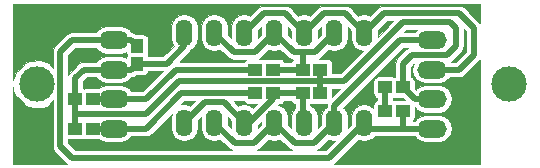
<source format=gbr>
G04 #@! TF.FileFunction,Copper,L2,Bot,Signal*
%FSLAX46Y46*%
G04 Gerber Fmt 4.6, Leading zero omitted, Abs format (unit mm)*
G04 Created by KiCad (PCBNEW 4.0.6) date 03/31/17 11:29:38*
%MOMM*%
%LPD*%
G01*
G04 APERTURE LIST*
%ADD10C,0.100000*%
%ADD11O,2.500000X1.500000*%
%ADD12C,3.000000*%
%ADD13O,1.400000X2.300000*%
%ADD14R,1.150000X1.000000*%
%ADD15R,1.000000X1.150000*%
%ADD16C,0.500000*%
%ADD17C,0.026000*%
G04 APERTURE END LIST*
D10*
D11*
X9000000Y-2500000D03*
X9000000Y-5000000D03*
X9000000Y-7500000D03*
X9000000Y-10000000D03*
D12*
X2500000Y-6250000D03*
D11*
X36000000Y-10000000D03*
X36000000Y-7500000D03*
X36000000Y-5000000D03*
X36000000Y-2500000D03*
D12*
X42500000Y-6250000D03*
D13*
X15000000Y-9500000D03*
X17540000Y-9500000D03*
X20080000Y-9500000D03*
X22620000Y-9500000D03*
X25160000Y-9500000D03*
X27700000Y-9500000D03*
X30240000Y-9500000D03*
X30240000Y-1880000D03*
X27700000Y-1880000D03*
X25160000Y-1880000D03*
X22620000Y-1880000D03*
X20080000Y-1880000D03*
X17540000Y-1880000D03*
X15000000Y-1880000D03*
D14*
X5750000Y-10000000D03*
X7250000Y-10000000D03*
X5750000Y-7500000D03*
X7250000Y-7500000D03*
X22500000Y-7000000D03*
X21000000Y-7000000D03*
X22500000Y-5000000D03*
X21000000Y-5000000D03*
X32000000Y-6500000D03*
X33500000Y-6500000D03*
D15*
X11000000Y-4500000D03*
X11000000Y-3000000D03*
D14*
X26500000Y-7000000D03*
X25000000Y-7000000D03*
X25000000Y-5000000D03*
X26500000Y-5000000D03*
X32000000Y-8500000D03*
X33500000Y-8500000D03*
D16*
X5750000Y-8750000D02*
X11750000Y-8750000D01*
X11750000Y-8750000D02*
X14500000Y-6000000D01*
X14500000Y-6000000D02*
X26500000Y-6000000D01*
X34250000Y-3750000D02*
X33500000Y-4500000D01*
X33500000Y-4500000D02*
X33500000Y-6500000D01*
X26500000Y-6000000D02*
X28500000Y-6000000D01*
X28500000Y-6000000D02*
X33500000Y-1000000D01*
X33500000Y-1000000D02*
X37500000Y-1000000D01*
X37500000Y-1000000D02*
X38000000Y-1500000D01*
X38000000Y-1500000D02*
X38000000Y-3000000D01*
X38000000Y-3000000D02*
X37250000Y-3750000D01*
X37250000Y-3750000D02*
X34250000Y-3750000D01*
X33500000Y-6500000D02*
X34500000Y-7500000D01*
X34500000Y-7500000D02*
X36000000Y-7500000D01*
X5750000Y-7500000D02*
X5750000Y-8750000D01*
X5750000Y-8750000D02*
X5750000Y-10000000D01*
X5750000Y-7500000D02*
X5750000Y-5750000D01*
X6500000Y-5000000D02*
X9000000Y-5000000D01*
X5750000Y-5750000D02*
X6500000Y-5000000D01*
X11000000Y-4500000D02*
X13500000Y-4500000D01*
X13500000Y-4500000D02*
X15000000Y-3000000D01*
X15000000Y-3000000D02*
X15000000Y-1880000D01*
X9000000Y-5000000D02*
X10500000Y-5000000D01*
X10500000Y-5000000D02*
X11000000Y-4500000D01*
X26500000Y-6000000D02*
X26500000Y-5000000D01*
X26500000Y-7000000D02*
X26500000Y-6000000D01*
X26500000Y-6000000D02*
X26500000Y-6250000D01*
X26500000Y-6250000D02*
X26500000Y-6000000D01*
X33500000Y-8500000D02*
X33500000Y-10000000D01*
X30240000Y-9500000D02*
X30740000Y-10000000D01*
X30740000Y-10000000D02*
X33500000Y-10000000D01*
X33500000Y-10000000D02*
X36000000Y-10000000D01*
X5500000Y-12500000D02*
X27240000Y-12500000D01*
X9000000Y-2500000D02*
X5500000Y-2500000D01*
X4500000Y-3500000D02*
X5500000Y-2500000D01*
X4500000Y-11500000D02*
X4500000Y-3500000D01*
X5500000Y-12500000D02*
X4500000Y-11500000D01*
X27240000Y-12500000D02*
X30240000Y-9500000D01*
X11000000Y-3000000D02*
X10500000Y-2500000D01*
X10500000Y-2500000D02*
X9000000Y-2500000D01*
X9000000Y-2500000D02*
X8000000Y-2500000D01*
X21000000Y-5000000D02*
X14250000Y-5000000D01*
X14250000Y-5000000D02*
X11750000Y-7500000D01*
X11750000Y-7500000D02*
X9000000Y-7500000D01*
X7250000Y-7500000D02*
X9000000Y-7500000D01*
X21000000Y-7000000D02*
X14750000Y-7000000D01*
X11750000Y-10000000D02*
X14750000Y-7000000D01*
X11750000Y-10000000D02*
X9000000Y-10000000D01*
X9000000Y-10000000D02*
X7250000Y-10000000D01*
X36000000Y-5000000D02*
X38250000Y-5000000D01*
X38250000Y-250000D02*
X31870000Y-250000D01*
X39500000Y-1500000D02*
X38250000Y-250000D01*
X39500000Y-3750000D02*
X39500000Y-1500000D01*
X38250000Y-5000000D02*
X39500000Y-3750000D01*
X25160000Y-1880000D02*
X26790000Y-250000D01*
X28610000Y-250000D02*
X30240000Y-1880000D01*
X26790000Y-250000D02*
X28610000Y-250000D01*
X20080000Y-1880000D02*
X21710000Y-250000D01*
X23530000Y-250000D02*
X25160000Y-1880000D01*
X21710000Y-250000D02*
X23530000Y-250000D01*
X30240000Y-1880000D02*
X31870000Y-250000D01*
X22620000Y-9500000D02*
X24370000Y-11250000D01*
X25950000Y-11250000D02*
X27700000Y-9500000D01*
X24370000Y-11250000D02*
X25950000Y-11250000D01*
X17540000Y-9500000D02*
X19290000Y-11250000D01*
X20870000Y-11250000D02*
X22620000Y-9500000D01*
X19290000Y-11250000D02*
X20870000Y-11250000D01*
X27700000Y-9500000D02*
X27700000Y-8050000D01*
X27700000Y-8050000D02*
X33250000Y-2500000D01*
X33250000Y-2500000D02*
X36000000Y-2500000D01*
X22500000Y-7000000D02*
X25000000Y-7000000D01*
X20080000Y-9500000D02*
X20500000Y-9500000D01*
X20500000Y-9500000D02*
X22500000Y-7500000D01*
X22500000Y-7500000D02*
X22500000Y-7000000D01*
X25160000Y-9500000D02*
X25000000Y-9340000D01*
X25000000Y-9340000D02*
X25000000Y-7000000D01*
X15000000Y-9500000D02*
X16750000Y-7750000D01*
X18330000Y-7750000D02*
X20080000Y-9500000D01*
X16750000Y-7750000D02*
X18330000Y-7750000D01*
X20080000Y-9500000D02*
X20400000Y-9500000D01*
X22500000Y-5000000D02*
X25000000Y-5000000D01*
X25000000Y-5000000D02*
X25000000Y-3500000D01*
X25000000Y-3500000D02*
X25000000Y-3750000D01*
X25000000Y-3750000D02*
X25000000Y-3500000D01*
X22620000Y-1880000D02*
X21000000Y-3500000D01*
X19160000Y-3500000D02*
X17540000Y-1880000D01*
X21000000Y-3500000D02*
X19160000Y-3500000D01*
X22620000Y-1880000D02*
X24240000Y-3500000D01*
X24240000Y-3500000D02*
X25000000Y-3500000D01*
X25000000Y-3500000D02*
X26080000Y-3500000D01*
X26080000Y-3500000D02*
X27700000Y-1880000D01*
X32000000Y-8500000D02*
X32000000Y-6500000D01*
D17*
G36*
X516444Y-6808169D02*
X702729Y-7257901D01*
X975307Y-7433867D01*
X977040Y-7432134D01*
X1317569Y-7773257D01*
X1316133Y-7774693D01*
X1492099Y-8047271D01*
X2256607Y-8296169D01*
X3058169Y-8233556D01*
X3507901Y-8047271D01*
X3683867Y-7774693D01*
X3682134Y-7772960D01*
X3837000Y-7618364D01*
X3837000Y-11500000D01*
X3887468Y-11753719D01*
X4031188Y-11968812D01*
X5031186Y-12968809D01*
X5031188Y-12968812D01*
X5058409Y-12987000D01*
X488000Y-12987000D01*
X488000Y-6444033D01*
X516444Y-6808169D01*
X516444Y-6808169D01*
G37*
X516444Y-6808169D02*
X702729Y-7257901D01*
X975307Y-7433867D01*
X977040Y-7432134D01*
X1317569Y-7773257D01*
X1316133Y-7774693D01*
X1492099Y-8047271D01*
X2256607Y-8296169D01*
X3058169Y-8233556D01*
X3507901Y-8047271D01*
X3683867Y-7774693D01*
X3682134Y-7772960D01*
X3837000Y-7618364D01*
X3837000Y-11500000D01*
X3887468Y-11753719D01*
X4031188Y-11968812D01*
X5031186Y-12968809D01*
X5031188Y-12968812D01*
X5058409Y-12987000D01*
X488000Y-12987000D01*
X488000Y-6444033D01*
X516444Y-6808169D01*
G36*
X40012000Y-12987000D02*
X27681591Y-12987000D01*
X27708812Y-12968812D01*
X29726943Y-10950681D01*
X29814073Y-11008899D01*
X30240000Y-11093621D01*
X30665927Y-11008899D01*
X31027010Y-10767631D01*
X31096922Y-10663000D01*
X34538570Y-10663000D01*
X34645055Y-10822365D01*
X35022359Y-11074472D01*
X35467420Y-11163000D01*
X36532580Y-11163000D01*
X36977641Y-11074472D01*
X37354945Y-10822365D01*
X37607052Y-10445061D01*
X37695580Y-10000000D01*
X37607052Y-9554939D01*
X37354945Y-9177635D01*
X36977641Y-8925528D01*
X36532580Y-8837000D01*
X35467420Y-8837000D01*
X35022359Y-8925528D01*
X34645055Y-9177635D01*
X34538570Y-9337000D01*
X34313976Y-9337000D01*
X34368614Y-9301841D01*
X34462915Y-9163828D01*
X34496091Y-9000000D01*
X34496091Y-8162223D01*
X34500000Y-8163001D01*
X34500005Y-8163000D01*
X34538570Y-8163000D01*
X34645055Y-8322365D01*
X35022359Y-8574472D01*
X35467420Y-8663000D01*
X36532580Y-8663000D01*
X36977641Y-8574472D01*
X37354945Y-8322365D01*
X37607052Y-7945061D01*
X37695580Y-7500000D01*
X37607052Y-7054939D01*
X37354945Y-6677635D01*
X36977641Y-6425528D01*
X36532580Y-6337000D01*
X35467420Y-6337000D01*
X35022359Y-6425528D01*
X34645055Y-6677635D01*
X34633120Y-6695497D01*
X34496091Y-6558468D01*
X34496091Y-6000000D01*
X34467293Y-5846951D01*
X34376841Y-5706386D01*
X34238828Y-5612085D01*
X34163000Y-5596729D01*
X34163000Y-4774624D01*
X34413614Y-4524010D01*
X34392948Y-4554939D01*
X34304420Y-5000000D01*
X34392948Y-5445061D01*
X34645055Y-5822365D01*
X35022359Y-6074472D01*
X35467420Y-6163000D01*
X36532580Y-6163000D01*
X36977641Y-6074472D01*
X37354945Y-5822365D01*
X37461430Y-5663000D01*
X38250000Y-5663000D01*
X38503719Y-5612532D01*
X38718812Y-5468812D01*
X39968812Y-4218812D01*
X40012000Y-4154176D01*
X40012000Y-12987000D01*
X40012000Y-12987000D01*
G37*
X40012000Y-12987000D02*
X27681591Y-12987000D01*
X27708812Y-12968812D01*
X29726943Y-10950681D01*
X29814073Y-11008899D01*
X30240000Y-11093621D01*
X30665927Y-11008899D01*
X31027010Y-10767631D01*
X31096922Y-10663000D01*
X34538570Y-10663000D01*
X34645055Y-10822365D01*
X35022359Y-11074472D01*
X35467420Y-11163000D01*
X36532580Y-11163000D01*
X36977641Y-11074472D01*
X37354945Y-10822365D01*
X37607052Y-10445061D01*
X37695580Y-10000000D01*
X37607052Y-9554939D01*
X37354945Y-9177635D01*
X36977641Y-8925528D01*
X36532580Y-8837000D01*
X35467420Y-8837000D01*
X35022359Y-8925528D01*
X34645055Y-9177635D01*
X34538570Y-9337000D01*
X34313976Y-9337000D01*
X34368614Y-9301841D01*
X34462915Y-9163828D01*
X34496091Y-9000000D01*
X34496091Y-8162223D01*
X34500000Y-8163001D01*
X34500005Y-8163000D01*
X34538570Y-8163000D01*
X34645055Y-8322365D01*
X35022359Y-8574472D01*
X35467420Y-8663000D01*
X36532580Y-8663000D01*
X36977641Y-8574472D01*
X37354945Y-8322365D01*
X37607052Y-7945061D01*
X37695580Y-7500000D01*
X37607052Y-7054939D01*
X37354945Y-6677635D01*
X36977641Y-6425528D01*
X36532580Y-6337000D01*
X35467420Y-6337000D01*
X35022359Y-6425528D01*
X34645055Y-6677635D01*
X34633120Y-6695497D01*
X34496091Y-6558468D01*
X34496091Y-6000000D01*
X34467293Y-5846951D01*
X34376841Y-5706386D01*
X34238828Y-5612085D01*
X34163000Y-5596729D01*
X34163000Y-4774624D01*
X34413614Y-4524010D01*
X34392948Y-4554939D01*
X34304420Y-5000000D01*
X34392948Y-5445061D01*
X34645055Y-5822365D01*
X35022359Y-6074472D01*
X35467420Y-6163000D01*
X36532580Y-6163000D01*
X36977641Y-6074472D01*
X37354945Y-5822365D01*
X37461430Y-5663000D01*
X38250000Y-5663000D01*
X38503719Y-5612532D01*
X38718812Y-5468812D01*
X39968812Y-4218812D01*
X40012000Y-4154176D01*
X40012000Y-12987000D01*
G36*
X13887000Y-9019379D02*
X13887000Y-9980621D01*
X13971722Y-10406548D01*
X14212990Y-10767631D01*
X14574073Y-11008899D01*
X15000000Y-11093621D01*
X15425927Y-11008899D01*
X15787010Y-10767631D01*
X16028278Y-10406548D01*
X16113000Y-9980621D01*
X16113000Y-9324624D01*
X16429174Y-9008450D01*
X16427000Y-9019379D01*
X16427000Y-9980621D01*
X16511722Y-10406548D01*
X16752990Y-10767631D01*
X17114073Y-11008899D01*
X17540000Y-11093621D01*
X17965927Y-11008899D01*
X18053057Y-10950681D01*
X18821188Y-11718812D01*
X18998070Y-11837000D01*
X5774623Y-11837000D01*
X5163000Y-11225376D01*
X5163000Y-10918661D01*
X5175000Y-10921091D01*
X6325000Y-10921091D01*
X6478049Y-10892293D01*
X6498407Y-10879193D01*
X6511172Y-10887915D01*
X6675000Y-10921091D01*
X7792809Y-10921091D01*
X8022359Y-11074472D01*
X8467420Y-11163000D01*
X9532580Y-11163000D01*
X9977641Y-11074472D01*
X10354945Y-10822365D01*
X10461430Y-10663000D01*
X11750000Y-10663000D01*
X12003719Y-10612532D01*
X12218812Y-10468812D01*
X13941317Y-8746307D01*
X13887000Y-9019379D01*
X13887000Y-9019379D01*
G37*
X13887000Y-9019379D02*
X13887000Y-9980621D01*
X13971722Y-10406548D01*
X14212990Y-10767631D01*
X14574073Y-11008899D01*
X15000000Y-11093621D01*
X15425927Y-11008899D01*
X15787010Y-10767631D01*
X16028278Y-10406548D01*
X16113000Y-9980621D01*
X16113000Y-9324624D01*
X16429174Y-9008450D01*
X16427000Y-9019379D01*
X16427000Y-9980621D01*
X16511722Y-10406548D01*
X16752990Y-10767631D01*
X17114073Y-11008899D01*
X17540000Y-11093621D01*
X17965927Y-11008899D01*
X18053057Y-10950681D01*
X18821188Y-11718812D01*
X18998070Y-11837000D01*
X5774623Y-11837000D01*
X5163000Y-11225376D01*
X5163000Y-10918661D01*
X5175000Y-10921091D01*
X6325000Y-10921091D01*
X6478049Y-10892293D01*
X6498407Y-10879193D01*
X6511172Y-10887915D01*
X6675000Y-10921091D01*
X7792809Y-10921091D01*
X8022359Y-11074472D01*
X8467420Y-11163000D01*
X9532580Y-11163000D01*
X9977641Y-11074472D01*
X10354945Y-10822365D01*
X10461430Y-10663000D01*
X11750000Y-10663000D01*
X12003719Y-10612532D01*
X12218812Y-10468812D01*
X13941317Y-8746307D01*
X13887000Y-9019379D01*
G36*
X27274073Y-11008899D02*
X27700000Y-11093621D01*
X27710929Y-11091447D01*
X26965376Y-11837000D01*
X26241930Y-11837000D01*
X26418812Y-11718812D01*
X27186943Y-10950681D01*
X27274073Y-11008899D01*
X27274073Y-11008899D01*
G37*
X27274073Y-11008899D02*
X27700000Y-11093621D01*
X27710929Y-11091447D01*
X26965376Y-11837000D01*
X26241930Y-11837000D01*
X26418812Y-11718812D01*
X27186943Y-10950681D01*
X27274073Y-11008899D01*
G36*
X23901188Y-11718812D02*
X24078070Y-11837000D01*
X21161930Y-11837000D01*
X21338812Y-11718812D01*
X22106943Y-10950681D01*
X22194073Y-11008899D01*
X22620000Y-11093621D01*
X23045927Y-11008899D01*
X23133057Y-10950681D01*
X23901188Y-11718812D01*
X23901188Y-11718812D01*
G37*
X23901188Y-11718812D02*
X24078070Y-11837000D01*
X21161930Y-11837000D01*
X21338812Y-11718812D01*
X22106943Y-10950681D01*
X22194073Y-11008899D01*
X22620000Y-11093621D01*
X23045927Y-11008899D01*
X23133057Y-10950681D01*
X23901188Y-11718812D01*
G36*
X33781188Y-3281188D02*
X33031188Y-4031188D01*
X32887468Y-4246281D01*
X32837000Y-4500000D01*
X32837000Y-5595467D01*
X32771951Y-5607707D01*
X32751593Y-5620807D01*
X32738828Y-5612085D01*
X32575000Y-5578909D01*
X31425000Y-5578909D01*
X31271951Y-5607707D01*
X31131386Y-5698159D01*
X31037085Y-5836172D01*
X31003909Y-6000000D01*
X31003909Y-7000000D01*
X31032707Y-7153049D01*
X31123159Y-7293614D01*
X31261172Y-7387915D01*
X31337000Y-7403271D01*
X31337000Y-7595467D01*
X31271951Y-7607707D01*
X31131386Y-7698159D01*
X31037085Y-7836172D01*
X31003909Y-8000000D01*
X31003909Y-8216933D01*
X30665927Y-7991101D01*
X30240000Y-7906379D01*
X29814073Y-7991101D01*
X29452990Y-8232369D01*
X29211722Y-8593452D01*
X29127000Y-9019379D01*
X29127000Y-9675376D01*
X28810826Y-9991550D01*
X28813000Y-9980621D01*
X28813000Y-9019379D01*
X28728278Y-8593452D01*
X28487010Y-8232369D01*
X28467974Y-8219650D01*
X33524624Y-3163000D01*
X33958070Y-3163000D01*
X33781188Y-3281188D01*
X33781188Y-3281188D01*
G37*
X33781188Y-3281188D02*
X33031188Y-4031188D01*
X32887468Y-4246281D01*
X32837000Y-4500000D01*
X32837000Y-5595467D01*
X32771951Y-5607707D01*
X32751593Y-5620807D01*
X32738828Y-5612085D01*
X32575000Y-5578909D01*
X31425000Y-5578909D01*
X31271951Y-5607707D01*
X31131386Y-5698159D01*
X31037085Y-5836172D01*
X31003909Y-6000000D01*
X31003909Y-7000000D01*
X31032707Y-7153049D01*
X31123159Y-7293614D01*
X31261172Y-7387915D01*
X31337000Y-7403271D01*
X31337000Y-7595467D01*
X31271951Y-7607707D01*
X31131386Y-7698159D01*
X31037085Y-7836172D01*
X31003909Y-8000000D01*
X31003909Y-8216933D01*
X30665927Y-7991101D01*
X30240000Y-7906379D01*
X29814073Y-7991101D01*
X29452990Y-8232369D01*
X29211722Y-8593452D01*
X29127000Y-9019379D01*
X29127000Y-9675376D01*
X28810826Y-9991550D01*
X28813000Y-9980621D01*
X28813000Y-9019379D01*
X28728278Y-8593452D01*
X28487010Y-8232369D01*
X28467974Y-8219650D01*
X33524624Y-3163000D01*
X33958070Y-3163000D01*
X33781188Y-3281188D01*
G36*
X21507000Y-9675376D02*
X21190826Y-9991550D01*
X21193000Y-9980621D01*
X21193000Y-9744624D01*
X21507000Y-9430624D01*
X21507000Y-9675376D01*
X21507000Y-9675376D01*
G37*
X21507000Y-9675376D02*
X21190826Y-9991550D01*
X21193000Y-9980621D01*
X21193000Y-9744624D01*
X21507000Y-9430624D01*
X21507000Y-9675376D01*
G36*
X25761172Y-7887915D02*
X25925000Y-7921091D01*
X27062642Y-7921091D01*
X27037000Y-8050000D01*
X27037000Y-8149508D01*
X26912990Y-8232369D01*
X26671722Y-8593452D01*
X26587000Y-9019379D01*
X26587000Y-9675376D01*
X26270826Y-9991550D01*
X26273000Y-9980621D01*
X26273000Y-9019379D01*
X26188278Y-8593452D01*
X25947010Y-8232369D01*
X25663000Y-8042600D01*
X25663000Y-7904533D01*
X25728049Y-7892293D01*
X25748407Y-7879193D01*
X25761172Y-7887915D01*
X25761172Y-7887915D01*
G37*
X25761172Y-7887915D02*
X25925000Y-7921091D01*
X27062642Y-7921091D01*
X27037000Y-8050000D01*
X27037000Y-8149508D01*
X26912990Y-8232369D01*
X26671722Y-8593452D01*
X26587000Y-9019379D01*
X26587000Y-9675376D01*
X26270826Y-9991550D01*
X26273000Y-9980621D01*
X26273000Y-9019379D01*
X26188278Y-8593452D01*
X25947010Y-8232369D01*
X25663000Y-8042600D01*
X25663000Y-7904533D01*
X25728049Y-7892293D01*
X25748407Y-7879193D01*
X25761172Y-7887915D01*
G36*
X24123159Y-7793614D02*
X24261172Y-7887915D01*
X24337000Y-7903271D01*
X24337000Y-8286232D01*
X24131722Y-8593452D01*
X24047000Y-9019379D01*
X24047000Y-9980621D01*
X24049174Y-9991550D01*
X23733000Y-9675376D01*
X23733000Y-9019379D01*
X23648278Y-8593452D01*
X23407010Y-8232369D01*
X23045927Y-7991101D01*
X22963015Y-7974609D01*
X22968812Y-7968812D01*
X23000698Y-7921091D01*
X23075000Y-7921091D01*
X23228049Y-7892293D01*
X23368614Y-7801841D01*
X23462915Y-7663828D01*
X23463083Y-7663000D01*
X24039110Y-7663000D01*
X24123159Y-7793614D01*
X24123159Y-7793614D01*
G37*
X24123159Y-7793614D02*
X24261172Y-7887915D01*
X24337000Y-7903271D01*
X24337000Y-8286232D01*
X24131722Y-8593452D01*
X24047000Y-9019379D01*
X24047000Y-9980621D01*
X24049174Y-9991550D01*
X23733000Y-9675376D01*
X23733000Y-9019379D01*
X23648278Y-8593452D01*
X23407010Y-8232369D01*
X23045927Y-7991101D01*
X22963015Y-7974609D01*
X22968812Y-7968812D01*
X23000698Y-7921091D01*
X23075000Y-7921091D01*
X23228049Y-7892293D01*
X23368614Y-7801841D01*
X23462915Y-7663828D01*
X23463083Y-7663000D01*
X24039110Y-7663000D01*
X24123159Y-7793614D01*
G36*
X18967000Y-9324624D02*
X18967000Y-9980621D01*
X18969174Y-9991550D01*
X18653000Y-9675376D01*
X18653000Y-9019379D01*
X18650826Y-9008450D01*
X18967000Y-9324624D01*
X18967000Y-9324624D01*
G37*
X18967000Y-9324624D02*
X18967000Y-9980621D01*
X18969174Y-9991550D01*
X18653000Y-9675376D01*
X18653000Y-9019379D01*
X18650826Y-9008450D01*
X18967000Y-9324624D01*
G36*
X20123159Y-7793614D02*
X20261172Y-7887915D01*
X20425000Y-7921091D01*
X21141285Y-7921091D01*
X20844828Y-8217548D01*
X20505927Y-7991101D01*
X20080000Y-7906379D01*
X19654073Y-7991101D01*
X19566943Y-8049319D01*
X19180624Y-7663000D01*
X20039110Y-7663000D01*
X20123159Y-7793614D01*
X20123159Y-7793614D01*
G37*
X20123159Y-7793614D02*
X20261172Y-7887915D01*
X20425000Y-7921091D01*
X21141285Y-7921091D01*
X20844828Y-8217548D01*
X20505927Y-7991101D01*
X20080000Y-7906379D01*
X19654073Y-7991101D01*
X19566943Y-8049319D01*
X19180624Y-7663000D01*
X20039110Y-7663000D01*
X20123159Y-7793614D01*
G36*
X15513057Y-8049319D02*
X15425927Y-7991101D01*
X15000000Y-7906379D01*
X14726928Y-7960696D01*
X15024624Y-7663000D01*
X15899376Y-7663000D01*
X15513057Y-8049319D01*
X15513057Y-8049319D01*
G37*
X15513057Y-8049319D02*
X15425927Y-7991101D01*
X15000000Y-7906379D01*
X14726928Y-7960696D01*
X15024624Y-7663000D01*
X15899376Y-7663000D01*
X15513057Y-8049319D01*
G36*
X32761172Y-7387915D02*
X32925000Y-7421091D01*
X33483467Y-7421091D01*
X33641286Y-7578909D01*
X32925000Y-7578909D01*
X32771951Y-7607707D01*
X32751593Y-7620807D01*
X32738828Y-7612085D01*
X32663000Y-7596729D01*
X32663000Y-7404533D01*
X32728049Y-7392293D01*
X32748407Y-7379193D01*
X32761172Y-7387915D01*
X32761172Y-7387915D01*
G37*
X32761172Y-7387915D02*
X32925000Y-7421091D01*
X33483467Y-7421091D01*
X33641286Y-7578909D01*
X32925000Y-7578909D01*
X32771951Y-7607707D01*
X32751593Y-7620807D01*
X32738828Y-7612085D01*
X32663000Y-7596729D01*
X32663000Y-7404533D01*
X32728049Y-7392293D01*
X32748407Y-7379193D01*
X32761172Y-7387915D01*
G36*
X27496091Y-7316285D02*
X27496091Y-6663000D01*
X28149376Y-6663000D01*
X27496091Y-7316285D01*
X27496091Y-7316285D01*
G37*
X27496091Y-7316285D02*
X27496091Y-6663000D01*
X28149376Y-6663000D01*
X27496091Y-7316285D01*
G36*
X11475376Y-6837000D02*
X10461430Y-6837000D01*
X10354945Y-6677635D01*
X9977641Y-6425528D01*
X9532580Y-6337000D01*
X8467420Y-6337000D01*
X8022359Y-6425528D01*
X7792809Y-6578909D01*
X6675000Y-6578909D01*
X6521951Y-6607707D01*
X6501593Y-6620807D01*
X6488828Y-6612085D01*
X6413000Y-6596729D01*
X6413000Y-6024624D01*
X6774624Y-5663000D01*
X7538570Y-5663000D01*
X7645055Y-5822365D01*
X8022359Y-6074472D01*
X8467420Y-6163000D01*
X9532580Y-6163000D01*
X9977641Y-6074472D01*
X10354945Y-5822365D01*
X10461430Y-5663000D01*
X10500000Y-5663000D01*
X10753719Y-5612532D01*
X10927986Y-5496091D01*
X11500000Y-5496091D01*
X11653049Y-5467293D01*
X11793614Y-5376841D01*
X11887915Y-5238828D01*
X11903271Y-5163000D01*
X13149376Y-5163000D01*
X11475376Y-6837000D01*
X11475376Y-6837000D01*
G37*
X11475376Y-6837000D02*
X10461430Y-6837000D01*
X10354945Y-6677635D01*
X9977641Y-6425528D01*
X9532580Y-6337000D01*
X8467420Y-6337000D01*
X8022359Y-6425528D01*
X7792809Y-6578909D01*
X6675000Y-6578909D01*
X6521951Y-6607707D01*
X6501593Y-6620807D01*
X6488828Y-6612085D01*
X6413000Y-6596729D01*
X6413000Y-6024624D01*
X6774624Y-5663000D01*
X7538570Y-5663000D01*
X7645055Y-5822365D01*
X8022359Y-6074472D01*
X8467420Y-6163000D01*
X9532580Y-6163000D01*
X9977641Y-6074472D01*
X10354945Y-5822365D01*
X10461430Y-5663000D01*
X10500000Y-5663000D01*
X10753719Y-5612532D01*
X10927986Y-5496091D01*
X11500000Y-5496091D01*
X11653049Y-5467293D01*
X11793614Y-5376841D01*
X11887915Y-5238828D01*
X11903271Y-5163000D01*
X13149376Y-5163000D01*
X11475376Y-6837000D01*
G36*
X40012000Y-1095824D02*
X39968812Y-1031188D01*
X38718812Y218812D01*
X38503719Y362532D01*
X38250000Y413000D01*
X31870000Y413000D01*
X31616281Y362532D01*
X31401188Y218812D01*
X30753057Y-429319D01*
X30665927Y-371101D01*
X30240000Y-286379D01*
X29814073Y-371101D01*
X29726943Y-429319D01*
X29078812Y218812D01*
X28863719Y362532D01*
X28610000Y413000D01*
X26790000Y413000D01*
X26536281Y362532D01*
X26321188Y218812D01*
X25673057Y-429319D01*
X25585927Y-371101D01*
X25160000Y-286379D01*
X24734073Y-371101D01*
X24646943Y-429319D01*
X23998812Y218812D01*
X23783719Y362532D01*
X23530000Y413000D01*
X21710000Y413000D01*
X21456281Y362532D01*
X21241188Y218812D01*
X20593057Y-429319D01*
X20505927Y-371101D01*
X20080000Y-286379D01*
X19654073Y-371101D01*
X19292990Y-612369D01*
X19051722Y-973452D01*
X18967000Y-1399379D01*
X18967000Y-2360621D01*
X18969174Y-2371550D01*
X18653000Y-2055376D01*
X18653000Y-1399379D01*
X18568278Y-973452D01*
X18327010Y-612369D01*
X17965927Y-371101D01*
X17540000Y-286379D01*
X17114073Y-371101D01*
X16752990Y-612369D01*
X16511722Y-973452D01*
X16427000Y-1399379D01*
X16427000Y-2360621D01*
X16511722Y-2786548D01*
X16752990Y-3147631D01*
X17114073Y-3388899D01*
X17540000Y-3473621D01*
X17965927Y-3388899D01*
X18053057Y-3330681D01*
X18691188Y-3968812D01*
X18906281Y-4112532D01*
X19160000Y-4163000D01*
X20186024Y-4163000D01*
X20131386Y-4198159D01*
X20037085Y-4336172D01*
X20036917Y-4337000D01*
X14600624Y-4337000D01*
X15468812Y-3468812D01*
X15599864Y-3272678D01*
X15787010Y-3147631D01*
X16028278Y-2786548D01*
X16113000Y-2360621D01*
X16113000Y-1399379D01*
X16028278Y-973452D01*
X15787010Y-612369D01*
X15425927Y-371101D01*
X15000000Y-286379D01*
X14574073Y-371101D01*
X14212990Y-612369D01*
X13971722Y-973452D01*
X13887000Y-1399379D01*
X13887000Y-2360621D01*
X13971722Y-2786548D01*
X14093530Y-2968846D01*
X13225376Y-3837000D01*
X11904533Y-3837000D01*
X11892293Y-3771951D01*
X11879193Y-3751593D01*
X11887915Y-3738828D01*
X11921091Y-3575000D01*
X11921091Y-2425000D01*
X11892293Y-2271951D01*
X11801841Y-2131386D01*
X11663828Y-2037085D01*
X11500000Y-2003909D01*
X10927986Y-2003909D01*
X10753719Y-1887468D01*
X10500000Y-1837000D01*
X10461430Y-1837000D01*
X10354945Y-1677635D01*
X9977641Y-1425528D01*
X9532580Y-1337000D01*
X8467420Y-1337000D01*
X8022359Y-1425528D01*
X7645055Y-1677635D01*
X7538570Y-1837000D01*
X5500005Y-1837000D01*
X5500000Y-1836999D01*
X5246281Y-1887468D01*
X5031188Y-2031188D01*
X5031186Y-2031191D01*
X4031188Y-3031188D01*
X3887468Y-3246281D01*
X3837000Y-3500000D01*
X3837000Y-4881581D01*
X3682431Y-4726743D01*
X3683867Y-4725307D01*
X3507901Y-4452729D01*
X2743393Y-4203831D01*
X1941831Y-4266444D01*
X1492099Y-4452729D01*
X1316133Y-4725307D01*
X1317866Y-4727040D01*
X976743Y-5067569D01*
X975307Y-5066133D01*
X702729Y-5242099D01*
X488000Y-5901654D01*
X488000Y512000D01*
X40012000Y512000D01*
X40012000Y-1095824D01*
X40012000Y-1095824D01*
G37*
X40012000Y-1095824D02*
X39968812Y-1031188D01*
X38718812Y218812D01*
X38503719Y362532D01*
X38250000Y413000D01*
X31870000Y413000D01*
X31616281Y362532D01*
X31401188Y218812D01*
X30753057Y-429319D01*
X30665927Y-371101D01*
X30240000Y-286379D01*
X29814073Y-371101D01*
X29726943Y-429319D01*
X29078812Y218812D01*
X28863719Y362532D01*
X28610000Y413000D01*
X26790000Y413000D01*
X26536281Y362532D01*
X26321188Y218812D01*
X25673057Y-429319D01*
X25585927Y-371101D01*
X25160000Y-286379D01*
X24734073Y-371101D01*
X24646943Y-429319D01*
X23998812Y218812D01*
X23783719Y362532D01*
X23530000Y413000D01*
X21710000Y413000D01*
X21456281Y362532D01*
X21241188Y218812D01*
X20593057Y-429319D01*
X20505927Y-371101D01*
X20080000Y-286379D01*
X19654073Y-371101D01*
X19292990Y-612369D01*
X19051722Y-973452D01*
X18967000Y-1399379D01*
X18967000Y-2360621D01*
X18969174Y-2371550D01*
X18653000Y-2055376D01*
X18653000Y-1399379D01*
X18568278Y-973452D01*
X18327010Y-612369D01*
X17965927Y-371101D01*
X17540000Y-286379D01*
X17114073Y-371101D01*
X16752990Y-612369D01*
X16511722Y-973452D01*
X16427000Y-1399379D01*
X16427000Y-2360621D01*
X16511722Y-2786548D01*
X16752990Y-3147631D01*
X17114073Y-3388899D01*
X17540000Y-3473621D01*
X17965927Y-3388899D01*
X18053057Y-3330681D01*
X18691188Y-3968812D01*
X18906281Y-4112532D01*
X19160000Y-4163000D01*
X20186024Y-4163000D01*
X20131386Y-4198159D01*
X20037085Y-4336172D01*
X20036917Y-4337000D01*
X14600624Y-4337000D01*
X15468812Y-3468812D01*
X15599864Y-3272678D01*
X15787010Y-3147631D01*
X16028278Y-2786548D01*
X16113000Y-2360621D01*
X16113000Y-1399379D01*
X16028278Y-973452D01*
X15787010Y-612369D01*
X15425927Y-371101D01*
X15000000Y-286379D01*
X14574073Y-371101D01*
X14212990Y-612369D01*
X13971722Y-973452D01*
X13887000Y-1399379D01*
X13887000Y-2360621D01*
X13971722Y-2786548D01*
X14093530Y-2968846D01*
X13225376Y-3837000D01*
X11904533Y-3837000D01*
X11892293Y-3771951D01*
X11879193Y-3751593D01*
X11887915Y-3738828D01*
X11921091Y-3575000D01*
X11921091Y-2425000D01*
X11892293Y-2271951D01*
X11801841Y-2131386D01*
X11663828Y-2037085D01*
X11500000Y-2003909D01*
X10927986Y-2003909D01*
X10753719Y-1887468D01*
X10500000Y-1837000D01*
X10461430Y-1837000D01*
X10354945Y-1677635D01*
X9977641Y-1425528D01*
X9532580Y-1337000D01*
X8467420Y-1337000D01*
X8022359Y-1425528D01*
X7645055Y-1677635D01*
X7538570Y-1837000D01*
X5500005Y-1837000D01*
X5500000Y-1836999D01*
X5246281Y-1887468D01*
X5031188Y-2031188D01*
X5031186Y-2031191D01*
X4031188Y-3031188D01*
X3887468Y-3246281D01*
X3837000Y-3500000D01*
X3837000Y-4881581D01*
X3682431Y-4726743D01*
X3683867Y-4725307D01*
X3507901Y-4452729D01*
X2743393Y-4203831D01*
X1941831Y-4266444D01*
X1492099Y-4452729D01*
X1316133Y-4725307D01*
X1317866Y-4727040D01*
X976743Y-5067569D01*
X975307Y-5066133D01*
X702729Y-5242099D01*
X488000Y-5901654D01*
X488000Y512000D01*
X40012000Y512000D01*
X40012000Y-1095824D01*
G36*
X7645055Y-3322365D02*
X8022359Y-3574472D01*
X8467420Y-3663000D01*
X9532580Y-3663000D01*
X9977641Y-3574472D01*
X10078909Y-3506807D01*
X10078909Y-3575000D01*
X10107707Y-3728049D01*
X10120807Y-3748407D01*
X10112085Y-3761172D01*
X10078909Y-3925000D01*
X10078909Y-3993193D01*
X9977641Y-3925528D01*
X9532580Y-3837000D01*
X8467420Y-3837000D01*
X8022359Y-3925528D01*
X7645055Y-4177635D01*
X7538570Y-4337000D01*
X6500000Y-4337000D01*
X6246281Y-4387468D01*
X6031188Y-4531188D01*
X5281188Y-5281188D01*
X5163000Y-5458070D01*
X5163000Y-3774624D01*
X5774623Y-3163000D01*
X7538570Y-3163000D01*
X7645055Y-3322365D01*
X7645055Y-3322365D01*
G37*
X7645055Y-3322365D02*
X8022359Y-3574472D01*
X8467420Y-3663000D01*
X9532580Y-3663000D01*
X9977641Y-3574472D01*
X10078909Y-3506807D01*
X10078909Y-3575000D01*
X10107707Y-3728049D01*
X10120807Y-3748407D01*
X10112085Y-3761172D01*
X10078909Y-3925000D01*
X10078909Y-3993193D01*
X9977641Y-3925528D01*
X9532580Y-3837000D01*
X8467420Y-3837000D01*
X8022359Y-3925528D01*
X7645055Y-4177635D01*
X7538570Y-4337000D01*
X6500000Y-4337000D01*
X6246281Y-4387468D01*
X6031188Y-4531188D01*
X5281188Y-5281188D01*
X5163000Y-5458070D01*
X5163000Y-3774624D01*
X5774623Y-3163000D01*
X7538570Y-3163000D01*
X7645055Y-3322365D01*
G36*
X29127000Y-1704624D02*
X29127000Y-2360621D01*
X29211722Y-2786548D01*
X29452990Y-3147631D01*
X29814073Y-3388899D01*
X30113848Y-3448528D01*
X28225376Y-5337000D01*
X27496091Y-5337000D01*
X27496091Y-4500000D01*
X27467293Y-4346951D01*
X27376841Y-4206386D01*
X27238828Y-4112085D01*
X27075000Y-4078909D01*
X26384040Y-4078909D01*
X26548812Y-3968812D01*
X27186943Y-3330681D01*
X27274073Y-3388899D01*
X27700000Y-3473621D01*
X28125927Y-3388899D01*
X28487010Y-3147631D01*
X28728278Y-2786548D01*
X28813000Y-2360621D01*
X28813000Y-1399379D01*
X28810826Y-1388450D01*
X29127000Y-1704624D01*
X29127000Y-1704624D01*
G37*
X29127000Y-1704624D02*
X29127000Y-2360621D01*
X29211722Y-2786548D01*
X29452990Y-3147631D01*
X29814073Y-3388899D01*
X30113848Y-3448528D01*
X28225376Y-5337000D01*
X27496091Y-5337000D01*
X27496091Y-4500000D01*
X27467293Y-4346951D01*
X27376841Y-4206386D01*
X27238828Y-4112085D01*
X27075000Y-4078909D01*
X26384040Y-4078909D01*
X26548812Y-3968812D01*
X27186943Y-3330681D01*
X27274073Y-3388899D01*
X27700000Y-3473621D01*
X28125927Y-3388899D01*
X28487010Y-3147631D01*
X28728278Y-2786548D01*
X28813000Y-2360621D01*
X28813000Y-1399379D01*
X28810826Y-1388450D01*
X29127000Y-1704624D01*
G36*
X38837000Y-1774624D02*
X38837000Y-3475376D01*
X37975376Y-4337000D01*
X37541930Y-4337000D01*
X37718812Y-4218812D01*
X38468812Y-3468812D01*
X38612532Y-3253719D01*
X38663000Y-3000000D01*
X38663000Y-1600624D01*
X38837000Y-1774624D01*
X38837000Y-1774624D01*
G37*
X38837000Y-1774624D02*
X38837000Y-3475376D01*
X37975376Y-4337000D01*
X37541930Y-4337000D01*
X37718812Y-4218812D01*
X38468812Y-3468812D01*
X38612532Y-3253719D01*
X38663000Y-3000000D01*
X38663000Y-1600624D01*
X38837000Y-1774624D01*
G36*
X23771188Y-3968812D02*
X23986281Y-4112532D01*
X24198769Y-4154799D01*
X24131386Y-4198159D01*
X24037085Y-4336172D01*
X24036917Y-4337000D01*
X23460890Y-4337000D01*
X23376841Y-4206386D01*
X23238828Y-4112085D01*
X23075000Y-4078909D01*
X21925000Y-4078909D01*
X21771951Y-4107707D01*
X21751593Y-4120807D01*
X21738828Y-4112085D01*
X21575000Y-4078909D01*
X21304040Y-4078909D01*
X21468812Y-3968812D01*
X22106943Y-3330681D01*
X22194073Y-3388899D01*
X22620000Y-3473621D01*
X23045927Y-3388899D01*
X23133057Y-3330681D01*
X23771188Y-3968812D01*
X23771188Y-3968812D01*
G37*
X23771188Y-3968812D02*
X23986281Y-4112532D01*
X24198769Y-4154799D01*
X24131386Y-4198159D01*
X24037085Y-4336172D01*
X24036917Y-4337000D01*
X23460890Y-4337000D01*
X23376841Y-4206386D01*
X23238828Y-4112085D01*
X23075000Y-4078909D01*
X21925000Y-4078909D01*
X21771951Y-4107707D01*
X21751593Y-4120807D01*
X21738828Y-4112085D01*
X21575000Y-4078909D01*
X21304040Y-4078909D01*
X21468812Y-3968812D01*
X22106943Y-3330681D01*
X22194073Y-3388899D01*
X22620000Y-3473621D01*
X23045927Y-3388899D01*
X23133057Y-3330681D01*
X23771188Y-3968812D01*
G36*
X26587000Y-1399379D02*
X26587000Y-2055376D01*
X26270826Y-2371550D01*
X26273000Y-2360621D01*
X26273000Y-1704624D01*
X26589174Y-1388450D01*
X26587000Y-1399379D01*
X26587000Y-1399379D01*
G37*
X26587000Y-1399379D02*
X26587000Y-2055376D01*
X26270826Y-2371550D01*
X26273000Y-2360621D01*
X26273000Y-1704624D01*
X26589174Y-1388450D01*
X26587000Y-1399379D01*
G36*
X24047000Y-1704624D02*
X24047000Y-2360621D01*
X24049174Y-2371550D01*
X23733000Y-2055376D01*
X23733000Y-1399379D01*
X23730826Y-1388450D01*
X24047000Y-1704624D01*
X24047000Y-1704624D01*
G37*
X24047000Y-1704624D02*
X24047000Y-2360621D01*
X24049174Y-2371550D01*
X23733000Y-2055376D01*
X23733000Y-1399379D01*
X23730826Y-1388450D01*
X24047000Y-1704624D01*
G36*
X21507000Y-1399379D02*
X21507000Y-2055376D01*
X21190826Y-2371550D01*
X21193000Y-2360621D01*
X21193000Y-1704624D01*
X21509174Y-1388450D01*
X21507000Y-1399379D01*
X21507000Y-1399379D01*
G37*
X21507000Y-1399379D02*
X21507000Y-2055376D01*
X21190826Y-2371550D01*
X21193000Y-2360621D01*
X21193000Y-1704624D01*
X21509174Y-1388450D01*
X21507000Y-1399379D01*
G36*
X31353000Y-2209376D02*
X31353000Y-1704624D01*
X32144624Y-913000D01*
X32649376Y-913000D01*
X31353000Y-2209376D01*
X31353000Y-2209376D01*
G37*
X31353000Y-2209376D02*
X31353000Y-1704624D01*
X32144624Y-913000D01*
X32649376Y-913000D01*
X31353000Y-2209376D01*
G36*
X34645055Y-1677635D02*
X34538570Y-1837000D01*
X33600624Y-1837000D01*
X33774624Y-1663000D01*
X34666958Y-1663000D01*
X34645055Y-1677635D01*
X34645055Y-1677635D01*
G37*
X34645055Y-1677635D02*
X34538570Y-1837000D01*
X33600624Y-1837000D01*
X33774624Y-1663000D01*
X34666958Y-1663000D01*
X34645055Y-1677635D01*
M02*

</source>
